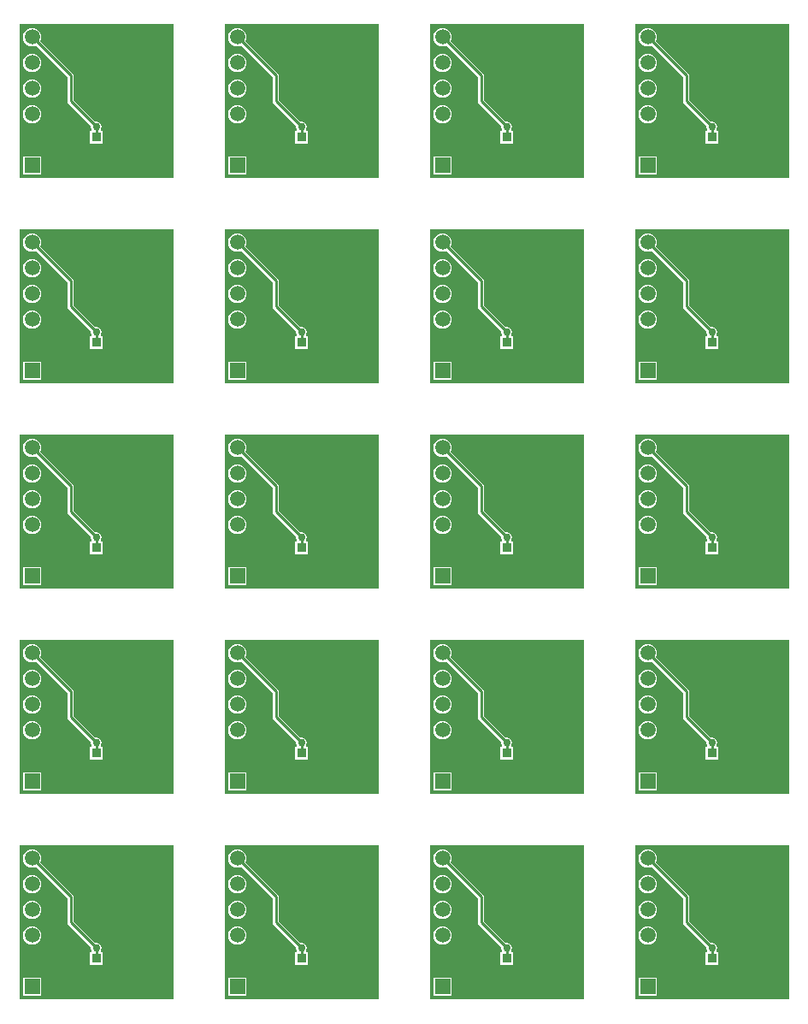
<source format=gbl>
%FSLAX25Y25*%
%MOIN*%
G70*
G01*
G75*
G04 Layer_Physical_Order=2*
G04 Layer_Color=16711680*
%ADD10C,0.03937*%
%ADD11R,0.03600X0.03600*%
%ADD12R,0.01969X0.01575*%
%ADD13R,0.02756X0.03543*%
%ADD14R,0.19685X0.13780*%
%ADD15C,0.01000*%
%ADD16C,0.05906*%
%ADD17R,0.05906X0.05906*%
%ADD18C,0.03000*%
G36*
X125713Y65713D02*
X65713D01*
Y125713D01*
X125713D01*
Y65713D01*
D02*
G37*
%LPC*%
G36*
X70713Y124296D02*
X69785Y124174D01*
X68921Y123816D01*
X68179Y123247D01*
X67609Y122504D01*
X67251Y121640D01*
X67129Y120713D01*
X67251Y119785D01*
X67609Y118921D01*
X68179Y118179D01*
X68921Y117609D01*
X69785Y117251D01*
X70713Y117129D01*
X71640Y117251D01*
X72310Y117529D01*
X84591Y105248D01*
Y95713D01*
X84591Y95713D01*
X84676Y95283D01*
X84920Y94920D01*
X93664Y86176D01*
X93572Y85713D01*
X93734Y84893D01*
X93961Y84554D01*
X93726Y84113D01*
X93313D01*
Y79313D01*
X98113D01*
Y84113D01*
X97699D01*
X97464Y84554D01*
X97691Y84893D01*
X97854Y85713D01*
X97691Y86532D01*
X97227Y87227D01*
X96532Y87691D01*
X95713Y87854D01*
X95250Y87762D01*
X86834Y96177D01*
Y105713D01*
X86749Y106142D01*
X86506Y106506D01*
X86506Y106506D01*
X73896Y119115D01*
X74174Y119785D01*
X74296Y120713D01*
X74174Y121640D01*
X73816Y122504D01*
X73247Y123247D01*
X72504Y123816D01*
X71640Y124174D01*
X70713Y124296D01*
D02*
G37*
G36*
X74265Y74265D02*
X67160D01*
Y67160D01*
X74265D01*
Y74265D01*
D02*
G37*
G36*
X70713Y114296D02*
X69785Y114174D01*
X68921Y113816D01*
X68179Y113247D01*
X67609Y112504D01*
X67251Y111640D01*
X67129Y110713D01*
X67251Y109785D01*
X67609Y108921D01*
X68179Y108179D01*
X68921Y107609D01*
X69785Y107251D01*
X70713Y107129D01*
X71640Y107251D01*
X72504Y107609D01*
X73247Y108179D01*
X73816Y108921D01*
X74174Y109785D01*
X74296Y110713D01*
X74174Y111640D01*
X73816Y112504D01*
X73247Y113247D01*
X72504Y113816D01*
X71640Y114174D01*
X70713Y114296D01*
D02*
G37*
G36*
Y104296D02*
X69785Y104174D01*
X68921Y103816D01*
X68179Y103246D01*
X67609Y102504D01*
X67251Y101640D01*
X67129Y100713D01*
X67251Y99785D01*
X67609Y98921D01*
X68179Y98179D01*
X68921Y97609D01*
X69785Y97251D01*
X70713Y97129D01*
X71640Y97251D01*
X72504Y97609D01*
X73247Y98179D01*
X73816Y98921D01*
X74174Y99785D01*
X74296Y100713D01*
X74174Y101640D01*
X73816Y102504D01*
X73247Y103246D01*
X72504Y103816D01*
X71640Y104174D01*
X70713Y104296D01*
D02*
G37*
G36*
Y94296D02*
X69785Y94174D01*
X68921Y93816D01*
X68179Y93247D01*
X67609Y92504D01*
X67251Y91640D01*
X67129Y90713D01*
X67251Y89785D01*
X67609Y88921D01*
X68179Y88179D01*
X68921Y87609D01*
X69785Y87251D01*
X70713Y87129D01*
X71640Y87251D01*
X72504Y87609D01*
X73247Y88179D01*
X73816Y88921D01*
X74174Y89785D01*
X74296Y90713D01*
X74174Y91640D01*
X73816Y92504D01*
X73247Y93247D01*
X72504Y93816D01*
X71640Y94174D01*
X70713Y94296D01*
D02*
G37*
%LPD*%
G36*
X205713Y65713D02*
X145713D01*
Y125713D01*
X205713D01*
Y65713D01*
D02*
G37*
%LPC*%
G36*
X150713Y124296D02*
X149785Y124174D01*
X148921Y123816D01*
X148179Y123247D01*
X147609Y122504D01*
X147251Y121640D01*
X147129Y120713D01*
X147251Y119785D01*
X147609Y118921D01*
X148179Y118179D01*
X148921Y117609D01*
X149785Y117251D01*
X150713Y117129D01*
X151640Y117251D01*
X152310Y117529D01*
X164591Y105248D01*
Y95713D01*
X164591Y95713D01*
X164676Y95283D01*
X164919Y94920D01*
X173663Y86176D01*
X173572Y85713D01*
X173734Y84893D01*
X173961Y84554D01*
X173726Y84113D01*
X173313D01*
Y79313D01*
X178113D01*
Y84113D01*
X177699D01*
X177464Y84554D01*
X177691Y84893D01*
X177854Y85713D01*
X177691Y86532D01*
X177227Y87227D01*
X176532Y87691D01*
X175713Y87854D01*
X175250Y87762D01*
X166834Y96177D01*
Y105713D01*
X166749Y106142D01*
X166506Y106506D01*
X166506Y106506D01*
X153896Y119115D01*
X154174Y119785D01*
X154296Y120713D01*
X154174Y121640D01*
X153816Y122504D01*
X153246Y123247D01*
X152504Y123816D01*
X151640Y124174D01*
X150713Y124296D01*
D02*
G37*
G36*
X154265Y74265D02*
X147160D01*
Y67160D01*
X154265D01*
Y74265D01*
D02*
G37*
G36*
X150713Y114296D02*
X149785Y114174D01*
X148921Y113816D01*
X148179Y113247D01*
X147609Y112504D01*
X147251Y111640D01*
X147129Y110713D01*
X147251Y109785D01*
X147609Y108921D01*
X148179Y108179D01*
X148921Y107609D01*
X149785Y107251D01*
X150713Y107129D01*
X151640Y107251D01*
X152504Y107609D01*
X153246Y108179D01*
X153816Y108921D01*
X154174Y109785D01*
X154296Y110713D01*
X154174Y111640D01*
X153816Y112504D01*
X153246Y113247D01*
X152504Y113816D01*
X151640Y114174D01*
X150713Y114296D01*
D02*
G37*
G36*
Y104296D02*
X149785Y104174D01*
X148921Y103816D01*
X148179Y103246D01*
X147609Y102504D01*
X147251Y101640D01*
X147129Y100713D01*
X147251Y99785D01*
X147609Y98921D01*
X148179Y98179D01*
X148921Y97609D01*
X149785Y97251D01*
X150713Y97129D01*
X151640Y97251D01*
X152504Y97609D01*
X153246Y98179D01*
X153816Y98921D01*
X154174Y99785D01*
X154296Y100713D01*
X154174Y101640D01*
X153816Y102504D01*
X153246Y103246D01*
X152504Y103816D01*
X151640Y104174D01*
X150713Y104296D01*
D02*
G37*
G36*
Y94296D02*
X149785Y94174D01*
X148921Y93816D01*
X148179Y93247D01*
X147609Y92504D01*
X147251Y91640D01*
X147129Y90713D01*
X147251Y89785D01*
X147609Y88921D01*
X148179Y88179D01*
X148921Y87609D01*
X149785Y87251D01*
X150713Y87129D01*
X151640Y87251D01*
X152504Y87609D01*
X153246Y88179D01*
X153816Y88921D01*
X154174Y89785D01*
X154296Y90713D01*
X154174Y91640D01*
X153816Y92504D01*
X153246Y93247D01*
X152504Y93816D01*
X151640Y94174D01*
X150713Y94296D01*
D02*
G37*
%LPD*%
G36*
X285713Y65713D02*
X225713D01*
Y125713D01*
X285713D01*
Y65713D01*
D02*
G37*
%LPC*%
G36*
X230713Y124296D02*
X229785Y124174D01*
X228921Y123816D01*
X228179Y123247D01*
X227609Y122504D01*
X227251Y121640D01*
X227129Y120713D01*
X227251Y119785D01*
X227609Y118921D01*
X228179Y118179D01*
X228921Y117609D01*
X229785Y117251D01*
X230713Y117129D01*
X231640Y117251D01*
X232310Y117529D01*
X244591Y105248D01*
Y95713D01*
X244591Y95713D01*
X244676Y95283D01*
X244919Y94920D01*
X253663Y86176D01*
X253572Y85713D01*
X253734Y84893D01*
X253961Y84554D01*
X253726Y84113D01*
X253313D01*
Y79313D01*
X258113D01*
Y84113D01*
X257699D01*
X257464Y84554D01*
X257691Y84893D01*
X257854Y85713D01*
X257691Y86532D01*
X257227Y87227D01*
X256532Y87691D01*
X255713Y87854D01*
X255250Y87762D01*
X246834Y96177D01*
Y105713D01*
X246749Y106142D01*
X246506Y106506D01*
X246506Y106506D01*
X233896Y119115D01*
X234174Y119785D01*
X234296Y120713D01*
X234174Y121640D01*
X233816Y122504D01*
X233246Y123247D01*
X232504Y123816D01*
X231640Y124174D01*
X230713Y124296D01*
D02*
G37*
G36*
X234265Y74265D02*
X227160D01*
Y67160D01*
X234265D01*
Y74265D01*
D02*
G37*
G36*
X230713Y114296D02*
X229785Y114174D01*
X228921Y113816D01*
X228179Y113247D01*
X227609Y112504D01*
X227251Y111640D01*
X227129Y110713D01*
X227251Y109785D01*
X227609Y108921D01*
X228179Y108179D01*
X228921Y107609D01*
X229785Y107251D01*
X230713Y107129D01*
X231640Y107251D01*
X232504Y107609D01*
X233246Y108179D01*
X233816Y108921D01*
X234174Y109785D01*
X234296Y110713D01*
X234174Y111640D01*
X233816Y112504D01*
X233246Y113247D01*
X232504Y113816D01*
X231640Y114174D01*
X230713Y114296D01*
D02*
G37*
G36*
Y104296D02*
X229785Y104174D01*
X228921Y103816D01*
X228179Y103246D01*
X227609Y102504D01*
X227251Y101640D01*
X227129Y100713D01*
X227251Y99785D01*
X227609Y98921D01*
X228179Y98179D01*
X228921Y97609D01*
X229785Y97251D01*
X230713Y97129D01*
X231640Y97251D01*
X232504Y97609D01*
X233246Y98179D01*
X233816Y98921D01*
X234174Y99785D01*
X234296Y100713D01*
X234174Y101640D01*
X233816Y102504D01*
X233246Y103246D01*
X232504Y103816D01*
X231640Y104174D01*
X230713Y104296D01*
D02*
G37*
G36*
Y94296D02*
X229785Y94174D01*
X228921Y93816D01*
X228179Y93247D01*
X227609Y92504D01*
X227251Y91640D01*
X227129Y90713D01*
X227251Y89785D01*
X227609Y88921D01*
X228179Y88179D01*
X228921Y87609D01*
X229785Y87251D01*
X230713Y87129D01*
X231640Y87251D01*
X232504Y87609D01*
X233246Y88179D01*
X233816Y88921D01*
X234174Y89785D01*
X234296Y90713D01*
X234174Y91640D01*
X233816Y92504D01*
X233246Y93247D01*
X232504Y93816D01*
X231640Y94174D01*
X230713Y94296D01*
D02*
G37*
%LPD*%
G36*
X365713Y65713D02*
X305713D01*
Y125713D01*
X365713D01*
Y65713D01*
D02*
G37*
%LPC*%
G36*
X310713Y124296D02*
X309785Y124174D01*
X308921Y123816D01*
X308179Y123247D01*
X307609Y122504D01*
X307251Y121640D01*
X307129Y120713D01*
X307251Y119785D01*
X307609Y118921D01*
X308179Y118179D01*
X308921Y117609D01*
X309785Y117251D01*
X310713Y117129D01*
X311640Y117251D01*
X312310Y117529D01*
X324591Y105248D01*
Y95713D01*
X324591Y95713D01*
X324676Y95283D01*
X324920Y94920D01*
X333664Y86176D01*
X333572Y85713D01*
X333734Y84893D01*
X333961Y84554D01*
X333726Y84113D01*
X333313D01*
Y79313D01*
X338113D01*
Y84113D01*
X337700D01*
X337464Y84554D01*
X337691Y84893D01*
X337854Y85713D01*
X337691Y86532D01*
X337227Y87227D01*
X336532Y87691D01*
X335713Y87854D01*
X335250Y87762D01*
X326834Y96177D01*
Y105713D01*
X326749Y106142D01*
X326506Y106506D01*
X326506Y106506D01*
X313896Y119115D01*
X314174Y119785D01*
X314296Y120713D01*
X314174Y121640D01*
X313816Y122504D01*
X313246Y123247D01*
X312504Y123816D01*
X311640Y124174D01*
X310713Y124296D01*
D02*
G37*
G36*
X314265Y74265D02*
X307160D01*
Y67160D01*
X314265D01*
Y74265D01*
D02*
G37*
G36*
X310713Y114296D02*
X309785Y114174D01*
X308921Y113816D01*
X308179Y113247D01*
X307609Y112504D01*
X307251Y111640D01*
X307129Y110713D01*
X307251Y109785D01*
X307609Y108921D01*
X308179Y108179D01*
X308921Y107609D01*
X309785Y107251D01*
X310713Y107129D01*
X311640Y107251D01*
X312504Y107609D01*
X313246Y108179D01*
X313816Y108921D01*
X314174Y109785D01*
X314296Y110713D01*
X314174Y111640D01*
X313816Y112504D01*
X313246Y113247D01*
X312504Y113816D01*
X311640Y114174D01*
X310713Y114296D01*
D02*
G37*
G36*
Y104296D02*
X309785Y104174D01*
X308921Y103816D01*
X308179Y103246D01*
X307609Y102504D01*
X307251Y101640D01*
X307129Y100713D01*
X307251Y99785D01*
X307609Y98921D01*
X308179Y98179D01*
X308921Y97609D01*
X309785Y97251D01*
X310713Y97129D01*
X311640Y97251D01*
X312504Y97609D01*
X313246Y98179D01*
X313816Y98921D01*
X314174Y99785D01*
X314296Y100713D01*
X314174Y101640D01*
X313816Y102504D01*
X313246Y103246D01*
X312504Y103816D01*
X311640Y104174D01*
X310713Y104296D01*
D02*
G37*
G36*
Y94296D02*
X309785Y94174D01*
X308921Y93816D01*
X308179Y93247D01*
X307609Y92504D01*
X307251Y91640D01*
X307129Y90713D01*
X307251Y89785D01*
X307609Y88921D01*
X308179Y88179D01*
X308921Y87609D01*
X309785Y87251D01*
X310713Y87129D01*
X311640Y87251D01*
X312504Y87609D01*
X313246Y88179D01*
X313816Y88921D01*
X314174Y89785D01*
X314296Y90713D01*
X314174Y91640D01*
X313816Y92504D01*
X313246Y93247D01*
X312504Y93816D01*
X311640Y94174D01*
X310713Y94296D01*
D02*
G37*
%LPD*%
G36*
X125713Y145713D02*
X65713D01*
Y205713D01*
X125713D01*
Y145713D01*
D02*
G37*
%LPC*%
G36*
X70713Y204296D02*
X69785Y204174D01*
X68921Y203816D01*
X68179Y203246D01*
X67609Y202504D01*
X67251Y201640D01*
X67129Y200713D01*
X67251Y199785D01*
X67609Y198921D01*
X68179Y198179D01*
X68921Y197609D01*
X69785Y197251D01*
X70713Y197129D01*
X71640Y197251D01*
X72310Y197529D01*
X84591Y185248D01*
Y175713D01*
X84591Y175713D01*
X84676Y175283D01*
X84920Y174919D01*
X93664Y166175D01*
X93572Y165713D01*
X93734Y164893D01*
X93961Y164554D01*
X93726Y164113D01*
X93313D01*
Y159313D01*
X98113D01*
Y164113D01*
X97699D01*
X97464Y164554D01*
X97691Y164893D01*
X97854Y165713D01*
X97691Y166532D01*
X97227Y167227D01*
X96532Y167691D01*
X95713Y167854D01*
X95250Y167762D01*
X86834Y176177D01*
Y185713D01*
X86749Y186142D01*
X86506Y186506D01*
X86506Y186506D01*
X73896Y199115D01*
X74174Y199785D01*
X74296Y200713D01*
X74174Y201640D01*
X73816Y202504D01*
X73247Y203246D01*
X72504Y203816D01*
X71640Y204174D01*
X70713Y204296D01*
D02*
G37*
G36*
X74265Y154265D02*
X67160D01*
Y147160D01*
X74265D01*
Y154265D01*
D02*
G37*
G36*
X70713Y194296D02*
X69785Y194174D01*
X68921Y193816D01*
X68179Y193246D01*
X67609Y192504D01*
X67251Y191640D01*
X67129Y190713D01*
X67251Y189785D01*
X67609Y188921D01*
X68179Y188179D01*
X68921Y187609D01*
X69785Y187251D01*
X70713Y187129D01*
X71640Y187251D01*
X72504Y187609D01*
X73247Y188179D01*
X73816Y188921D01*
X74174Y189785D01*
X74296Y190713D01*
X74174Y191640D01*
X73816Y192504D01*
X73247Y193246D01*
X72504Y193816D01*
X71640Y194174D01*
X70713Y194296D01*
D02*
G37*
G36*
Y184296D02*
X69785Y184174D01*
X68921Y183816D01*
X68179Y183247D01*
X67609Y182504D01*
X67251Y181640D01*
X67129Y180713D01*
X67251Y179785D01*
X67609Y178921D01*
X68179Y178179D01*
X68921Y177609D01*
X69785Y177251D01*
X70713Y177129D01*
X71640Y177251D01*
X72504Y177609D01*
X73247Y178179D01*
X73816Y178921D01*
X74174Y179785D01*
X74296Y180713D01*
X74174Y181640D01*
X73816Y182504D01*
X73247Y183247D01*
X72504Y183816D01*
X71640Y184174D01*
X70713Y184296D01*
D02*
G37*
G36*
Y174296D02*
X69785Y174174D01*
X68921Y173816D01*
X68179Y173247D01*
X67609Y172504D01*
X67251Y171640D01*
X67129Y170713D01*
X67251Y169785D01*
X67609Y168921D01*
X68179Y168179D01*
X68921Y167609D01*
X69785Y167251D01*
X70713Y167129D01*
X71640Y167251D01*
X72504Y167609D01*
X73247Y168179D01*
X73816Y168921D01*
X74174Y169785D01*
X74296Y170713D01*
X74174Y171640D01*
X73816Y172504D01*
X73247Y173247D01*
X72504Y173816D01*
X71640Y174174D01*
X70713Y174296D01*
D02*
G37*
%LPD*%
G36*
X205713Y145713D02*
X145713D01*
Y205713D01*
X205713D01*
Y145713D01*
D02*
G37*
%LPC*%
G36*
X150713Y204296D02*
X149785Y204174D01*
X148921Y203816D01*
X148179Y203246D01*
X147609Y202504D01*
X147251Y201640D01*
X147129Y200713D01*
X147251Y199785D01*
X147609Y198921D01*
X148179Y198179D01*
X148921Y197609D01*
X149785Y197251D01*
X150713Y197129D01*
X151640Y197251D01*
X152310Y197529D01*
X164591Y185248D01*
Y175713D01*
X164591Y175713D01*
X164676Y175283D01*
X164919Y174919D01*
X173663Y166175D01*
X173572Y165713D01*
X173734Y164893D01*
X173961Y164554D01*
X173726Y164113D01*
X173313D01*
Y159313D01*
X178113D01*
Y164113D01*
X177699D01*
X177464Y164554D01*
X177691Y164893D01*
X177854Y165713D01*
X177691Y166532D01*
X177227Y167227D01*
X176532Y167691D01*
X175713Y167854D01*
X175250Y167762D01*
X166834Y176177D01*
Y185713D01*
X166749Y186142D01*
X166506Y186506D01*
X166506Y186506D01*
X153896Y199115D01*
X154174Y199785D01*
X154296Y200713D01*
X154174Y201640D01*
X153816Y202504D01*
X153246Y203246D01*
X152504Y203816D01*
X151640Y204174D01*
X150713Y204296D01*
D02*
G37*
G36*
X154265Y154265D02*
X147160D01*
Y147160D01*
X154265D01*
Y154265D01*
D02*
G37*
G36*
X150713Y194296D02*
X149785Y194174D01*
X148921Y193816D01*
X148179Y193246D01*
X147609Y192504D01*
X147251Y191640D01*
X147129Y190713D01*
X147251Y189785D01*
X147609Y188921D01*
X148179Y188179D01*
X148921Y187609D01*
X149785Y187251D01*
X150713Y187129D01*
X151640Y187251D01*
X152504Y187609D01*
X153246Y188179D01*
X153816Y188921D01*
X154174Y189785D01*
X154296Y190713D01*
X154174Y191640D01*
X153816Y192504D01*
X153246Y193246D01*
X152504Y193816D01*
X151640Y194174D01*
X150713Y194296D01*
D02*
G37*
G36*
Y184296D02*
X149785Y184174D01*
X148921Y183816D01*
X148179Y183247D01*
X147609Y182504D01*
X147251Y181640D01*
X147129Y180713D01*
X147251Y179785D01*
X147609Y178921D01*
X148179Y178179D01*
X148921Y177609D01*
X149785Y177251D01*
X150713Y177129D01*
X151640Y177251D01*
X152504Y177609D01*
X153246Y178179D01*
X153816Y178921D01*
X154174Y179785D01*
X154296Y180713D01*
X154174Y181640D01*
X153816Y182504D01*
X153246Y183247D01*
X152504Y183816D01*
X151640Y184174D01*
X150713Y184296D01*
D02*
G37*
G36*
Y174296D02*
X149785Y174174D01*
X148921Y173816D01*
X148179Y173247D01*
X147609Y172504D01*
X147251Y171640D01*
X147129Y170713D01*
X147251Y169785D01*
X147609Y168921D01*
X148179Y168179D01*
X148921Y167609D01*
X149785Y167251D01*
X150713Y167129D01*
X151640Y167251D01*
X152504Y167609D01*
X153246Y168179D01*
X153816Y168921D01*
X154174Y169785D01*
X154296Y170713D01*
X154174Y171640D01*
X153816Y172504D01*
X153246Y173247D01*
X152504Y173816D01*
X151640Y174174D01*
X150713Y174296D01*
D02*
G37*
%LPD*%
G36*
X285713Y145713D02*
X225713D01*
Y205713D01*
X285713D01*
Y145713D01*
D02*
G37*
%LPC*%
G36*
X230713Y204296D02*
X229785Y204174D01*
X228921Y203816D01*
X228179Y203246D01*
X227609Y202504D01*
X227251Y201640D01*
X227129Y200713D01*
X227251Y199785D01*
X227609Y198921D01*
X228179Y198179D01*
X228921Y197609D01*
X229785Y197251D01*
X230713Y197129D01*
X231640Y197251D01*
X232310Y197529D01*
X244591Y185248D01*
Y175713D01*
X244591Y175713D01*
X244676Y175283D01*
X244919Y174919D01*
X253663Y166175D01*
X253572Y165713D01*
X253734Y164893D01*
X253961Y164554D01*
X253726Y164113D01*
X253313D01*
Y159313D01*
X258113D01*
Y164113D01*
X257699D01*
X257464Y164554D01*
X257691Y164893D01*
X257854Y165713D01*
X257691Y166532D01*
X257227Y167227D01*
X256532Y167691D01*
X255713Y167854D01*
X255250Y167762D01*
X246834Y176177D01*
Y185713D01*
X246749Y186142D01*
X246506Y186506D01*
X246506Y186506D01*
X233896Y199115D01*
X234174Y199785D01*
X234296Y200713D01*
X234174Y201640D01*
X233816Y202504D01*
X233246Y203246D01*
X232504Y203816D01*
X231640Y204174D01*
X230713Y204296D01*
D02*
G37*
G36*
X234265Y154265D02*
X227160D01*
Y147160D01*
X234265D01*
Y154265D01*
D02*
G37*
G36*
X230713Y194296D02*
X229785Y194174D01*
X228921Y193816D01*
X228179Y193246D01*
X227609Y192504D01*
X227251Y191640D01*
X227129Y190713D01*
X227251Y189785D01*
X227609Y188921D01*
X228179Y188179D01*
X228921Y187609D01*
X229785Y187251D01*
X230713Y187129D01*
X231640Y187251D01*
X232504Y187609D01*
X233246Y188179D01*
X233816Y188921D01*
X234174Y189785D01*
X234296Y190713D01*
X234174Y191640D01*
X233816Y192504D01*
X233246Y193246D01*
X232504Y193816D01*
X231640Y194174D01*
X230713Y194296D01*
D02*
G37*
G36*
Y184296D02*
X229785Y184174D01*
X228921Y183816D01*
X228179Y183247D01*
X227609Y182504D01*
X227251Y181640D01*
X227129Y180713D01*
X227251Y179785D01*
X227609Y178921D01*
X228179Y178179D01*
X228921Y177609D01*
X229785Y177251D01*
X230713Y177129D01*
X231640Y177251D01*
X232504Y177609D01*
X233246Y178179D01*
X233816Y178921D01*
X234174Y179785D01*
X234296Y180713D01*
X234174Y181640D01*
X233816Y182504D01*
X233246Y183247D01*
X232504Y183816D01*
X231640Y184174D01*
X230713Y184296D01*
D02*
G37*
G36*
Y174296D02*
X229785Y174174D01*
X228921Y173816D01*
X228179Y173247D01*
X227609Y172504D01*
X227251Y171640D01*
X227129Y170713D01*
X227251Y169785D01*
X227609Y168921D01*
X228179Y168179D01*
X228921Y167609D01*
X229785Y167251D01*
X230713Y167129D01*
X231640Y167251D01*
X232504Y167609D01*
X233246Y168179D01*
X233816Y168921D01*
X234174Y169785D01*
X234296Y170713D01*
X234174Y171640D01*
X233816Y172504D01*
X233246Y173247D01*
X232504Y173816D01*
X231640Y174174D01*
X230713Y174296D01*
D02*
G37*
%LPD*%
G36*
X365713Y145713D02*
X305713D01*
Y205713D01*
X365713D01*
Y145713D01*
D02*
G37*
%LPC*%
G36*
X310713Y204296D02*
X309785Y204174D01*
X308921Y203816D01*
X308179Y203246D01*
X307609Y202504D01*
X307251Y201640D01*
X307129Y200713D01*
X307251Y199785D01*
X307609Y198921D01*
X308179Y198179D01*
X308921Y197609D01*
X309785Y197251D01*
X310713Y197129D01*
X311640Y197251D01*
X312310Y197529D01*
X324591Y185248D01*
Y175713D01*
X324591Y175713D01*
X324676Y175283D01*
X324920Y174919D01*
X333664Y166175D01*
X333572Y165713D01*
X333734Y164893D01*
X333961Y164554D01*
X333726Y164113D01*
X333313D01*
Y159313D01*
X338113D01*
Y164113D01*
X337700D01*
X337464Y164554D01*
X337691Y164893D01*
X337854Y165713D01*
X337691Y166532D01*
X337227Y167227D01*
X336532Y167691D01*
X335713Y167854D01*
X335250Y167762D01*
X326834Y176177D01*
Y185713D01*
X326749Y186142D01*
X326506Y186506D01*
X326506Y186506D01*
X313896Y199115D01*
X314174Y199785D01*
X314296Y200713D01*
X314174Y201640D01*
X313816Y202504D01*
X313246Y203246D01*
X312504Y203816D01*
X311640Y204174D01*
X310713Y204296D01*
D02*
G37*
G36*
X314265Y154265D02*
X307160D01*
Y147160D01*
X314265D01*
Y154265D01*
D02*
G37*
G36*
X310713Y194296D02*
X309785Y194174D01*
X308921Y193816D01*
X308179Y193246D01*
X307609Y192504D01*
X307251Y191640D01*
X307129Y190713D01*
X307251Y189785D01*
X307609Y188921D01*
X308179Y188179D01*
X308921Y187609D01*
X309785Y187251D01*
X310713Y187129D01*
X311640Y187251D01*
X312504Y187609D01*
X313246Y188179D01*
X313816Y188921D01*
X314174Y189785D01*
X314296Y190713D01*
X314174Y191640D01*
X313816Y192504D01*
X313246Y193246D01*
X312504Y193816D01*
X311640Y194174D01*
X310713Y194296D01*
D02*
G37*
G36*
Y184296D02*
X309785Y184174D01*
X308921Y183816D01*
X308179Y183247D01*
X307609Y182504D01*
X307251Y181640D01*
X307129Y180713D01*
X307251Y179785D01*
X307609Y178921D01*
X308179Y178179D01*
X308921Y177609D01*
X309785Y177251D01*
X310713Y177129D01*
X311640Y177251D01*
X312504Y177609D01*
X313246Y178179D01*
X313816Y178921D01*
X314174Y179785D01*
X314296Y180713D01*
X314174Y181640D01*
X313816Y182504D01*
X313246Y183247D01*
X312504Y183816D01*
X311640Y184174D01*
X310713Y184296D01*
D02*
G37*
G36*
Y174296D02*
X309785Y174174D01*
X308921Y173816D01*
X308179Y173247D01*
X307609Y172504D01*
X307251Y171640D01*
X307129Y170713D01*
X307251Y169785D01*
X307609Y168921D01*
X308179Y168179D01*
X308921Y167609D01*
X309785Y167251D01*
X310713Y167129D01*
X311640Y167251D01*
X312504Y167609D01*
X313246Y168179D01*
X313816Y168921D01*
X314174Y169785D01*
X314296Y170713D01*
X314174Y171640D01*
X313816Y172504D01*
X313246Y173247D01*
X312504Y173816D01*
X311640Y174174D01*
X310713Y174296D01*
D02*
G37*
%LPD*%
G36*
X125713Y225713D02*
X65713D01*
Y285713D01*
X125713D01*
Y225713D01*
D02*
G37*
%LPC*%
G36*
X70713Y284296D02*
X69785Y284174D01*
X68921Y283816D01*
X68179Y283246D01*
X67609Y282504D01*
X67251Y281640D01*
X67129Y280713D01*
X67251Y279785D01*
X67609Y278921D01*
X68179Y278179D01*
X68921Y277609D01*
X69785Y277251D01*
X70713Y277129D01*
X71640Y277251D01*
X72310Y277529D01*
X84591Y265248D01*
Y255713D01*
X84591Y255713D01*
X84676Y255283D01*
X84920Y254920D01*
X93664Y246176D01*
X93572Y245713D01*
X93734Y244893D01*
X93961Y244554D01*
X93726Y244113D01*
X93313D01*
Y239313D01*
X98113D01*
Y244113D01*
X97699D01*
X97464Y244554D01*
X97691Y244893D01*
X97854Y245713D01*
X97691Y246532D01*
X97227Y247227D01*
X96532Y247691D01*
X95713Y247854D01*
X95250Y247762D01*
X86834Y256177D01*
Y265713D01*
X86749Y266142D01*
X86506Y266506D01*
X86506Y266506D01*
X73896Y279115D01*
X74174Y279785D01*
X74296Y280713D01*
X74174Y281640D01*
X73816Y282504D01*
X73247Y283246D01*
X72504Y283816D01*
X71640Y284174D01*
X70713Y284296D01*
D02*
G37*
G36*
X74265Y234265D02*
X67160D01*
Y227160D01*
X74265D01*
Y234265D01*
D02*
G37*
G36*
X70713Y274296D02*
X69785Y274174D01*
X68921Y273816D01*
X68179Y273247D01*
X67609Y272504D01*
X67251Y271640D01*
X67129Y270713D01*
X67251Y269785D01*
X67609Y268921D01*
X68179Y268179D01*
X68921Y267609D01*
X69785Y267251D01*
X70713Y267129D01*
X71640Y267251D01*
X72504Y267609D01*
X73247Y268179D01*
X73816Y268921D01*
X74174Y269785D01*
X74296Y270713D01*
X74174Y271640D01*
X73816Y272504D01*
X73247Y273247D01*
X72504Y273816D01*
X71640Y274174D01*
X70713Y274296D01*
D02*
G37*
G36*
Y264296D02*
X69785Y264174D01*
X68921Y263816D01*
X68179Y263246D01*
X67609Y262504D01*
X67251Y261640D01*
X67129Y260713D01*
X67251Y259785D01*
X67609Y258921D01*
X68179Y258179D01*
X68921Y257609D01*
X69785Y257251D01*
X70713Y257129D01*
X71640Y257251D01*
X72504Y257609D01*
X73247Y258179D01*
X73816Y258921D01*
X74174Y259785D01*
X74296Y260713D01*
X74174Y261640D01*
X73816Y262504D01*
X73247Y263246D01*
X72504Y263816D01*
X71640Y264174D01*
X70713Y264296D01*
D02*
G37*
G36*
Y254296D02*
X69785Y254174D01*
X68921Y253816D01*
X68179Y253246D01*
X67609Y252504D01*
X67251Y251640D01*
X67129Y250713D01*
X67251Y249785D01*
X67609Y248921D01*
X68179Y248179D01*
X68921Y247609D01*
X69785Y247251D01*
X70713Y247129D01*
X71640Y247251D01*
X72504Y247609D01*
X73247Y248179D01*
X73816Y248921D01*
X74174Y249785D01*
X74296Y250713D01*
X74174Y251640D01*
X73816Y252504D01*
X73247Y253246D01*
X72504Y253816D01*
X71640Y254174D01*
X70713Y254296D01*
D02*
G37*
%LPD*%
G36*
X205713Y225713D02*
X145713D01*
Y285713D01*
X205713D01*
Y225713D01*
D02*
G37*
%LPC*%
G36*
X150713Y284296D02*
X149785Y284174D01*
X148921Y283816D01*
X148179Y283246D01*
X147609Y282504D01*
X147251Y281640D01*
X147129Y280713D01*
X147251Y279785D01*
X147609Y278921D01*
X148179Y278179D01*
X148921Y277609D01*
X149785Y277251D01*
X150713Y277129D01*
X151640Y277251D01*
X152310Y277529D01*
X164591Y265248D01*
Y255713D01*
X164591Y255713D01*
X164676Y255283D01*
X164919Y254920D01*
X173663Y246176D01*
X173572Y245713D01*
X173734Y244893D01*
X173961Y244554D01*
X173726Y244113D01*
X173313D01*
Y239313D01*
X178113D01*
Y244113D01*
X177699D01*
X177464Y244554D01*
X177691Y244893D01*
X177854Y245713D01*
X177691Y246532D01*
X177227Y247227D01*
X176532Y247691D01*
X175713Y247854D01*
X175250Y247762D01*
X166834Y256177D01*
Y265713D01*
X166749Y266142D01*
X166506Y266506D01*
X166506Y266506D01*
X153896Y279115D01*
X154174Y279785D01*
X154296Y280713D01*
X154174Y281640D01*
X153816Y282504D01*
X153246Y283246D01*
X152504Y283816D01*
X151640Y284174D01*
X150713Y284296D01*
D02*
G37*
G36*
X154265Y234265D02*
X147160D01*
Y227160D01*
X154265D01*
Y234265D01*
D02*
G37*
G36*
X150713Y274296D02*
X149785Y274174D01*
X148921Y273816D01*
X148179Y273247D01*
X147609Y272504D01*
X147251Y271640D01*
X147129Y270713D01*
X147251Y269785D01*
X147609Y268921D01*
X148179Y268179D01*
X148921Y267609D01*
X149785Y267251D01*
X150713Y267129D01*
X151640Y267251D01*
X152504Y267609D01*
X153246Y268179D01*
X153816Y268921D01*
X154174Y269785D01*
X154296Y270713D01*
X154174Y271640D01*
X153816Y272504D01*
X153246Y273247D01*
X152504Y273816D01*
X151640Y274174D01*
X150713Y274296D01*
D02*
G37*
G36*
Y264296D02*
X149785Y264174D01*
X148921Y263816D01*
X148179Y263246D01*
X147609Y262504D01*
X147251Y261640D01*
X147129Y260713D01*
X147251Y259785D01*
X147609Y258921D01*
X148179Y258179D01*
X148921Y257609D01*
X149785Y257251D01*
X150713Y257129D01*
X151640Y257251D01*
X152504Y257609D01*
X153246Y258179D01*
X153816Y258921D01*
X154174Y259785D01*
X154296Y260713D01*
X154174Y261640D01*
X153816Y262504D01*
X153246Y263246D01*
X152504Y263816D01*
X151640Y264174D01*
X150713Y264296D01*
D02*
G37*
G36*
Y254296D02*
X149785Y254174D01*
X148921Y253816D01*
X148179Y253246D01*
X147609Y252504D01*
X147251Y251640D01*
X147129Y250713D01*
X147251Y249785D01*
X147609Y248921D01*
X148179Y248179D01*
X148921Y247609D01*
X149785Y247251D01*
X150713Y247129D01*
X151640Y247251D01*
X152504Y247609D01*
X153246Y248179D01*
X153816Y248921D01*
X154174Y249785D01*
X154296Y250713D01*
X154174Y251640D01*
X153816Y252504D01*
X153246Y253246D01*
X152504Y253816D01*
X151640Y254174D01*
X150713Y254296D01*
D02*
G37*
%LPD*%
G36*
X285713Y225713D02*
X225713D01*
Y285713D01*
X285713D01*
Y225713D01*
D02*
G37*
%LPC*%
G36*
X230713Y284296D02*
X229785Y284174D01*
X228921Y283816D01*
X228179Y283246D01*
X227609Y282504D01*
X227251Y281640D01*
X227129Y280713D01*
X227251Y279785D01*
X227609Y278921D01*
X228179Y278179D01*
X228921Y277609D01*
X229785Y277251D01*
X230713Y277129D01*
X231640Y277251D01*
X232310Y277529D01*
X244591Y265248D01*
Y255713D01*
X244591Y255713D01*
X244676Y255283D01*
X244919Y254920D01*
X253663Y246176D01*
X253572Y245713D01*
X253734Y244893D01*
X253961Y244554D01*
X253726Y244113D01*
X253313D01*
Y239313D01*
X258113D01*
Y244113D01*
X257699D01*
X257464Y244554D01*
X257691Y244893D01*
X257854Y245713D01*
X257691Y246532D01*
X257227Y247227D01*
X256532Y247691D01*
X255713Y247854D01*
X255250Y247762D01*
X246834Y256177D01*
Y265713D01*
X246749Y266142D01*
X246506Y266506D01*
X246506Y266506D01*
X233896Y279115D01*
X234174Y279785D01*
X234296Y280713D01*
X234174Y281640D01*
X233816Y282504D01*
X233246Y283246D01*
X232504Y283816D01*
X231640Y284174D01*
X230713Y284296D01*
D02*
G37*
G36*
X234265Y234265D02*
X227160D01*
Y227160D01*
X234265D01*
Y234265D01*
D02*
G37*
G36*
X230713Y274296D02*
X229785Y274174D01*
X228921Y273816D01*
X228179Y273247D01*
X227609Y272504D01*
X227251Y271640D01*
X227129Y270713D01*
X227251Y269785D01*
X227609Y268921D01*
X228179Y268179D01*
X228921Y267609D01*
X229785Y267251D01*
X230713Y267129D01*
X231640Y267251D01*
X232504Y267609D01*
X233246Y268179D01*
X233816Y268921D01*
X234174Y269785D01*
X234296Y270713D01*
X234174Y271640D01*
X233816Y272504D01*
X233246Y273247D01*
X232504Y273816D01*
X231640Y274174D01*
X230713Y274296D01*
D02*
G37*
G36*
Y264296D02*
X229785Y264174D01*
X228921Y263816D01*
X228179Y263246D01*
X227609Y262504D01*
X227251Y261640D01*
X227129Y260713D01*
X227251Y259785D01*
X227609Y258921D01*
X228179Y258179D01*
X228921Y257609D01*
X229785Y257251D01*
X230713Y257129D01*
X231640Y257251D01*
X232504Y257609D01*
X233246Y258179D01*
X233816Y258921D01*
X234174Y259785D01*
X234296Y260713D01*
X234174Y261640D01*
X233816Y262504D01*
X233246Y263246D01*
X232504Y263816D01*
X231640Y264174D01*
X230713Y264296D01*
D02*
G37*
G36*
Y254296D02*
X229785Y254174D01*
X228921Y253816D01*
X228179Y253246D01*
X227609Y252504D01*
X227251Y251640D01*
X227129Y250713D01*
X227251Y249785D01*
X227609Y248921D01*
X228179Y248179D01*
X228921Y247609D01*
X229785Y247251D01*
X230713Y247129D01*
X231640Y247251D01*
X232504Y247609D01*
X233246Y248179D01*
X233816Y248921D01*
X234174Y249785D01*
X234296Y250713D01*
X234174Y251640D01*
X233816Y252504D01*
X233246Y253246D01*
X232504Y253816D01*
X231640Y254174D01*
X230713Y254296D01*
D02*
G37*
%LPD*%
G36*
X365713Y225713D02*
X305713D01*
Y285713D01*
X365713D01*
Y225713D01*
D02*
G37*
%LPC*%
G36*
X310713Y284296D02*
X309785Y284174D01*
X308921Y283816D01*
X308179Y283246D01*
X307609Y282504D01*
X307251Y281640D01*
X307129Y280713D01*
X307251Y279785D01*
X307609Y278921D01*
X308179Y278179D01*
X308921Y277609D01*
X309785Y277251D01*
X310713Y277129D01*
X311640Y277251D01*
X312310Y277529D01*
X324591Y265248D01*
Y255713D01*
X324591Y255713D01*
X324676Y255283D01*
X324920Y254920D01*
X333664Y246176D01*
X333572Y245713D01*
X333734Y244893D01*
X333961Y244554D01*
X333726Y244113D01*
X333313D01*
Y239313D01*
X338113D01*
Y244113D01*
X337700D01*
X337464Y244554D01*
X337691Y244893D01*
X337854Y245713D01*
X337691Y246532D01*
X337227Y247227D01*
X336532Y247691D01*
X335713Y247854D01*
X335250Y247762D01*
X326834Y256177D01*
Y265713D01*
X326749Y266142D01*
X326506Y266506D01*
X326506Y266506D01*
X313896Y279115D01*
X314174Y279785D01*
X314296Y280713D01*
X314174Y281640D01*
X313816Y282504D01*
X313246Y283246D01*
X312504Y283816D01*
X311640Y284174D01*
X310713Y284296D01*
D02*
G37*
G36*
X314265Y234265D02*
X307160D01*
Y227160D01*
X314265D01*
Y234265D01*
D02*
G37*
G36*
X310713Y274296D02*
X309785Y274174D01*
X308921Y273816D01*
X308179Y273247D01*
X307609Y272504D01*
X307251Y271640D01*
X307129Y270713D01*
X307251Y269785D01*
X307609Y268921D01*
X308179Y268179D01*
X308921Y267609D01*
X309785Y267251D01*
X310713Y267129D01*
X311640Y267251D01*
X312504Y267609D01*
X313246Y268179D01*
X313816Y268921D01*
X314174Y269785D01*
X314296Y270713D01*
X314174Y271640D01*
X313816Y272504D01*
X313246Y273247D01*
X312504Y273816D01*
X311640Y274174D01*
X310713Y274296D01*
D02*
G37*
G36*
Y264296D02*
X309785Y264174D01*
X308921Y263816D01*
X308179Y263246D01*
X307609Y262504D01*
X307251Y261640D01*
X307129Y260713D01*
X307251Y259785D01*
X307609Y258921D01*
X308179Y258179D01*
X308921Y257609D01*
X309785Y257251D01*
X310713Y257129D01*
X311640Y257251D01*
X312504Y257609D01*
X313246Y258179D01*
X313816Y258921D01*
X314174Y259785D01*
X314296Y260713D01*
X314174Y261640D01*
X313816Y262504D01*
X313246Y263246D01*
X312504Y263816D01*
X311640Y264174D01*
X310713Y264296D01*
D02*
G37*
G36*
Y254296D02*
X309785Y254174D01*
X308921Y253816D01*
X308179Y253246D01*
X307609Y252504D01*
X307251Y251640D01*
X307129Y250713D01*
X307251Y249785D01*
X307609Y248921D01*
X308179Y248179D01*
X308921Y247609D01*
X309785Y247251D01*
X310713Y247129D01*
X311640Y247251D01*
X312504Y247609D01*
X313246Y248179D01*
X313816Y248921D01*
X314174Y249785D01*
X314296Y250713D01*
X314174Y251640D01*
X313816Y252504D01*
X313246Y253246D01*
X312504Y253816D01*
X311640Y254174D01*
X310713Y254296D01*
D02*
G37*
%LPD*%
G36*
X125713Y305713D02*
X65713D01*
Y365713D01*
X125713D01*
Y305713D01*
D02*
G37*
%LPC*%
G36*
X70713Y364296D02*
X69785Y364174D01*
X68921Y363816D01*
X68179Y363246D01*
X67609Y362504D01*
X67251Y361640D01*
X67129Y360713D01*
X67251Y359785D01*
X67609Y358921D01*
X68179Y358179D01*
X68921Y357609D01*
X69785Y357251D01*
X70713Y357129D01*
X71640Y357251D01*
X72310Y357529D01*
X84591Y345248D01*
Y335713D01*
X84591Y335713D01*
X84676Y335283D01*
X84920Y334920D01*
X93664Y326176D01*
X93572Y325713D01*
X93734Y324893D01*
X93961Y324554D01*
X93726Y324113D01*
X93313D01*
Y319313D01*
X98113D01*
Y324113D01*
X97699D01*
X97464Y324554D01*
X97691Y324893D01*
X97854Y325713D01*
X97691Y326532D01*
X97227Y327227D01*
X96532Y327691D01*
X95713Y327854D01*
X95250Y327762D01*
X86834Y336177D01*
Y345713D01*
X86749Y346142D01*
X86506Y346506D01*
X86506Y346506D01*
X73896Y359115D01*
X74174Y359785D01*
X74296Y360713D01*
X74174Y361640D01*
X73816Y362504D01*
X73247Y363246D01*
X72504Y363816D01*
X71640Y364174D01*
X70713Y364296D01*
D02*
G37*
G36*
X74265Y314265D02*
X67160D01*
Y307160D01*
X74265D01*
Y314265D01*
D02*
G37*
G36*
X70713Y354296D02*
X69785Y354174D01*
X68921Y353816D01*
X68179Y353246D01*
X67609Y352504D01*
X67251Y351640D01*
X67129Y350713D01*
X67251Y349785D01*
X67609Y348921D01*
X68179Y348179D01*
X68921Y347609D01*
X69785Y347251D01*
X70713Y347129D01*
X71640Y347251D01*
X72504Y347609D01*
X73247Y348179D01*
X73816Y348921D01*
X74174Y349785D01*
X74296Y350713D01*
X74174Y351640D01*
X73816Y352504D01*
X73247Y353246D01*
X72504Y353816D01*
X71640Y354174D01*
X70713Y354296D01*
D02*
G37*
G36*
Y344296D02*
X69785Y344174D01*
X68921Y343816D01*
X68179Y343247D01*
X67609Y342504D01*
X67251Y341640D01*
X67129Y340713D01*
X67251Y339785D01*
X67609Y338921D01*
X68179Y338179D01*
X68921Y337609D01*
X69785Y337251D01*
X70713Y337129D01*
X71640Y337251D01*
X72504Y337609D01*
X73247Y338179D01*
X73816Y338921D01*
X74174Y339785D01*
X74296Y340713D01*
X74174Y341640D01*
X73816Y342504D01*
X73247Y343247D01*
X72504Y343816D01*
X71640Y344174D01*
X70713Y344296D01*
D02*
G37*
G36*
Y334296D02*
X69785Y334174D01*
X68921Y333816D01*
X68179Y333246D01*
X67609Y332504D01*
X67251Y331640D01*
X67129Y330713D01*
X67251Y329785D01*
X67609Y328921D01*
X68179Y328179D01*
X68921Y327609D01*
X69785Y327251D01*
X70713Y327129D01*
X71640Y327251D01*
X72504Y327609D01*
X73247Y328179D01*
X73816Y328921D01*
X74174Y329785D01*
X74296Y330713D01*
X74174Y331640D01*
X73816Y332504D01*
X73247Y333246D01*
X72504Y333816D01*
X71640Y334174D01*
X70713Y334296D01*
D02*
G37*
%LPD*%
G36*
X205713Y305713D02*
X145713D01*
Y365713D01*
X205713D01*
Y305713D01*
D02*
G37*
%LPC*%
G36*
X150713Y364296D02*
X149785Y364174D01*
X148921Y363816D01*
X148179Y363246D01*
X147609Y362504D01*
X147251Y361640D01*
X147129Y360713D01*
X147251Y359785D01*
X147609Y358921D01*
X148179Y358179D01*
X148921Y357609D01*
X149785Y357251D01*
X150713Y357129D01*
X151640Y357251D01*
X152310Y357529D01*
X164591Y345248D01*
Y335713D01*
X164591Y335713D01*
X164676Y335283D01*
X164919Y334920D01*
X173663Y326176D01*
X173572Y325713D01*
X173734Y324893D01*
X173961Y324554D01*
X173726Y324113D01*
X173313D01*
Y319313D01*
X178113D01*
Y324113D01*
X177699D01*
X177464Y324554D01*
X177691Y324893D01*
X177854Y325713D01*
X177691Y326532D01*
X177227Y327227D01*
X176532Y327691D01*
X175713Y327854D01*
X175250Y327762D01*
X166834Y336177D01*
Y345713D01*
X166749Y346142D01*
X166506Y346506D01*
X166506Y346506D01*
X153896Y359115D01*
X154174Y359785D01*
X154296Y360713D01*
X154174Y361640D01*
X153816Y362504D01*
X153246Y363246D01*
X152504Y363816D01*
X151640Y364174D01*
X150713Y364296D01*
D02*
G37*
G36*
X154265Y314265D02*
X147160D01*
Y307160D01*
X154265D01*
Y314265D01*
D02*
G37*
G36*
X150713Y354296D02*
X149785Y354174D01*
X148921Y353816D01*
X148179Y353246D01*
X147609Y352504D01*
X147251Y351640D01*
X147129Y350713D01*
X147251Y349785D01*
X147609Y348921D01*
X148179Y348179D01*
X148921Y347609D01*
X149785Y347251D01*
X150713Y347129D01*
X151640Y347251D01*
X152504Y347609D01*
X153246Y348179D01*
X153816Y348921D01*
X154174Y349785D01*
X154296Y350713D01*
X154174Y351640D01*
X153816Y352504D01*
X153246Y353246D01*
X152504Y353816D01*
X151640Y354174D01*
X150713Y354296D01*
D02*
G37*
G36*
Y344296D02*
X149785Y344174D01*
X148921Y343816D01*
X148179Y343247D01*
X147609Y342504D01*
X147251Y341640D01*
X147129Y340713D01*
X147251Y339785D01*
X147609Y338921D01*
X148179Y338179D01*
X148921Y337609D01*
X149785Y337251D01*
X150713Y337129D01*
X151640Y337251D01*
X152504Y337609D01*
X153246Y338179D01*
X153816Y338921D01*
X154174Y339785D01*
X154296Y340713D01*
X154174Y341640D01*
X153816Y342504D01*
X153246Y343247D01*
X152504Y343816D01*
X151640Y344174D01*
X150713Y344296D01*
D02*
G37*
G36*
Y334296D02*
X149785Y334174D01*
X148921Y333816D01*
X148179Y333246D01*
X147609Y332504D01*
X147251Y331640D01*
X147129Y330713D01*
X147251Y329785D01*
X147609Y328921D01*
X148179Y328179D01*
X148921Y327609D01*
X149785Y327251D01*
X150713Y327129D01*
X151640Y327251D01*
X152504Y327609D01*
X153246Y328179D01*
X153816Y328921D01*
X154174Y329785D01*
X154296Y330713D01*
X154174Y331640D01*
X153816Y332504D01*
X153246Y333246D01*
X152504Y333816D01*
X151640Y334174D01*
X150713Y334296D01*
D02*
G37*
%LPD*%
G36*
X285713Y305713D02*
X225713D01*
Y365713D01*
X285713D01*
Y305713D01*
D02*
G37*
%LPC*%
G36*
X230713Y364296D02*
X229785Y364174D01*
X228921Y363816D01*
X228179Y363246D01*
X227609Y362504D01*
X227251Y361640D01*
X227129Y360713D01*
X227251Y359785D01*
X227609Y358921D01*
X228179Y358179D01*
X228921Y357609D01*
X229785Y357251D01*
X230713Y357129D01*
X231640Y357251D01*
X232310Y357529D01*
X244591Y345248D01*
Y335713D01*
X244591Y335713D01*
X244676Y335283D01*
X244919Y334920D01*
X253663Y326176D01*
X253572Y325713D01*
X253734Y324893D01*
X253961Y324554D01*
X253726Y324113D01*
X253313D01*
Y319313D01*
X258113D01*
Y324113D01*
X257699D01*
X257464Y324554D01*
X257691Y324893D01*
X257854Y325713D01*
X257691Y326532D01*
X257227Y327227D01*
X256532Y327691D01*
X255713Y327854D01*
X255250Y327762D01*
X246834Y336177D01*
Y345713D01*
X246749Y346142D01*
X246506Y346506D01*
X246506Y346506D01*
X233896Y359115D01*
X234174Y359785D01*
X234296Y360713D01*
X234174Y361640D01*
X233816Y362504D01*
X233246Y363246D01*
X232504Y363816D01*
X231640Y364174D01*
X230713Y364296D01*
D02*
G37*
G36*
X234265Y314265D02*
X227160D01*
Y307160D01*
X234265D01*
Y314265D01*
D02*
G37*
G36*
X230713Y354296D02*
X229785Y354174D01*
X228921Y353816D01*
X228179Y353246D01*
X227609Y352504D01*
X227251Y351640D01*
X227129Y350713D01*
X227251Y349785D01*
X227609Y348921D01*
X228179Y348179D01*
X228921Y347609D01*
X229785Y347251D01*
X230713Y347129D01*
X231640Y347251D01*
X232504Y347609D01*
X233246Y348179D01*
X233816Y348921D01*
X234174Y349785D01*
X234296Y350713D01*
X234174Y351640D01*
X233816Y352504D01*
X233246Y353246D01*
X232504Y353816D01*
X231640Y354174D01*
X230713Y354296D01*
D02*
G37*
G36*
Y344296D02*
X229785Y344174D01*
X228921Y343816D01*
X228179Y343247D01*
X227609Y342504D01*
X227251Y341640D01*
X227129Y340713D01*
X227251Y339785D01*
X227609Y338921D01*
X228179Y338179D01*
X228921Y337609D01*
X229785Y337251D01*
X230713Y337129D01*
X231640Y337251D01*
X232504Y337609D01*
X233246Y338179D01*
X233816Y338921D01*
X234174Y339785D01*
X234296Y340713D01*
X234174Y341640D01*
X233816Y342504D01*
X233246Y343247D01*
X232504Y343816D01*
X231640Y344174D01*
X230713Y344296D01*
D02*
G37*
G36*
Y334296D02*
X229785Y334174D01*
X228921Y333816D01*
X228179Y333246D01*
X227609Y332504D01*
X227251Y331640D01*
X227129Y330713D01*
X227251Y329785D01*
X227609Y328921D01*
X228179Y328179D01*
X228921Y327609D01*
X229785Y327251D01*
X230713Y327129D01*
X231640Y327251D01*
X232504Y327609D01*
X233246Y328179D01*
X233816Y328921D01*
X234174Y329785D01*
X234296Y330713D01*
X234174Y331640D01*
X233816Y332504D01*
X233246Y333246D01*
X232504Y333816D01*
X231640Y334174D01*
X230713Y334296D01*
D02*
G37*
%LPD*%
G36*
X365713Y305713D02*
X305713D01*
Y365713D01*
X365713D01*
Y305713D01*
D02*
G37*
%LPC*%
G36*
X310713Y364296D02*
X309785Y364174D01*
X308921Y363816D01*
X308179Y363246D01*
X307609Y362504D01*
X307251Y361640D01*
X307129Y360713D01*
X307251Y359785D01*
X307609Y358921D01*
X308179Y358179D01*
X308921Y357609D01*
X309785Y357251D01*
X310713Y357129D01*
X311640Y357251D01*
X312310Y357529D01*
X324591Y345248D01*
Y335713D01*
X324591Y335713D01*
X324676Y335283D01*
X324920Y334920D01*
X333664Y326176D01*
X333572Y325713D01*
X333734Y324893D01*
X333961Y324554D01*
X333726Y324113D01*
X333313D01*
Y319313D01*
X338113D01*
Y324113D01*
X337700D01*
X337464Y324554D01*
X337691Y324893D01*
X337854Y325713D01*
X337691Y326532D01*
X337227Y327227D01*
X336532Y327691D01*
X335713Y327854D01*
X335250Y327762D01*
X326834Y336177D01*
Y345713D01*
X326749Y346142D01*
X326506Y346506D01*
X326506Y346506D01*
X313896Y359115D01*
X314174Y359785D01*
X314296Y360713D01*
X314174Y361640D01*
X313816Y362504D01*
X313246Y363246D01*
X312504Y363816D01*
X311640Y364174D01*
X310713Y364296D01*
D02*
G37*
G36*
X314265Y314265D02*
X307160D01*
Y307160D01*
X314265D01*
Y314265D01*
D02*
G37*
G36*
X310713Y354296D02*
X309785Y354174D01*
X308921Y353816D01*
X308179Y353246D01*
X307609Y352504D01*
X307251Y351640D01*
X307129Y350713D01*
X307251Y349785D01*
X307609Y348921D01*
X308179Y348179D01*
X308921Y347609D01*
X309785Y347251D01*
X310713Y347129D01*
X311640Y347251D01*
X312504Y347609D01*
X313246Y348179D01*
X313816Y348921D01*
X314174Y349785D01*
X314296Y350713D01*
X314174Y351640D01*
X313816Y352504D01*
X313246Y353246D01*
X312504Y353816D01*
X311640Y354174D01*
X310713Y354296D01*
D02*
G37*
G36*
Y344296D02*
X309785Y344174D01*
X308921Y343816D01*
X308179Y343247D01*
X307609Y342504D01*
X307251Y341640D01*
X307129Y340713D01*
X307251Y339785D01*
X307609Y338921D01*
X308179Y338179D01*
X308921Y337609D01*
X309785Y337251D01*
X310713Y337129D01*
X311640Y337251D01*
X312504Y337609D01*
X313246Y338179D01*
X313816Y338921D01*
X314174Y339785D01*
X314296Y340713D01*
X314174Y341640D01*
X313816Y342504D01*
X313246Y343247D01*
X312504Y343816D01*
X311640Y344174D01*
X310713Y344296D01*
D02*
G37*
G36*
Y334296D02*
X309785Y334174D01*
X308921Y333816D01*
X308179Y333246D01*
X307609Y332504D01*
X307251Y331640D01*
X307129Y330713D01*
X307251Y329785D01*
X307609Y328921D01*
X308179Y328179D01*
X308921Y327609D01*
X309785Y327251D01*
X310713Y327129D01*
X311640Y327251D01*
X312504Y327609D01*
X313246Y328179D01*
X313816Y328921D01*
X314174Y329785D01*
X314296Y330713D01*
X314174Y331640D01*
X313816Y332504D01*
X313246Y333246D01*
X312504Y333816D01*
X311640Y334174D01*
X310713Y334296D01*
D02*
G37*
%LPD*%
G36*
X125713Y385713D02*
X65713D01*
Y445713D01*
X125713D01*
Y385713D01*
D02*
G37*
%LPC*%
G36*
X70713Y444296D02*
X69785Y444174D01*
X68921Y443816D01*
X68179Y443247D01*
X67609Y442504D01*
X67251Y441640D01*
X67129Y440713D01*
X67251Y439785D01*
X67609Y438921D01*
X68179Y438179D01*
X68921Y437609D01*
X69785Y437251D01*
X70713Y437129D01*
X71640Y437251D01*
X72310Y437529D01*
X84591Y425248D01*
Y415713D01*
X84591Y415713D01*
X84676Y415283D01*
X84920Y414920D01*
X93664Y406176D01*
X93572Y405713D01*
X93734Y404893D01*
X93961Y404554D01*
X93726Y404113D01*
X93313D01*
Y399313D01*
X98113D01*
Y404113D01*
X97699D01*
X97464Y404554D01*
X97691Y404893D01*
X97854Y405713D01*
X97691Y406532D01*
X97227Y407227D01*
X96532Y407691D01*
X95713Y407854D01*
X95250Y407762D01*
X86834Y416177D01*
Y425713D01*
X86749Y426142D01*
X86506Y426506D01*
X86506Y426506D01*
X73896Y439115D01*
X74174Y439785D01*
X74296Y440713D01*
X74174Y441640D01*
X73816Y442504D01*
X73247Y443247D01*
X72504Y443816D01*
X71640Y444174D01*
X70713Y444296D01*
D02*
G37*
G36*
X74265Y394265D02*
X67160D01*
Y387160D01*
X74265D01*
Y394265D01*
D02*
G37*
G36*
X70713Y434296D02*
X69785Y434174D01*
X68921Y433816D01*
X68179Y433247D01*
X67609Y432504D01*
X67251Y431640D01*
X67129Y430713D01*
X67251Y429785D01*
X67609Y428921D01*
X68179Y428179D01*
X68921Y427609D01*
X69785Y427251D01*
X70713Y427129D01*
X71640Y427251D01*
X72504Y427609D01*
X73247Y428179D01*
X73816Y428921D01*
X74174Y429785D01*
X74296Y430713D01*
X74174Y431640D01*
X73816Y432504D01*
X73247Y433247D01*
X72504Y433816D01*
X71640Y434174D01*
X70713Y434296D01*
D02*
G37*
G36*
Y424296D02*
X69785Y424174D01*
X68921Y423816D01*
X68179Y423246D01*
X67609Y422504D01*
X67251Y421640D01*
X67129Y420713D01*
X67251Y419785D01*
X67609Y418921D01*
X68179Y418179D01*
X68921Y417609D01*
X69785Y417251D01*
X70713Y417129D01*
X71640Y417251D01*
X72504Y417609D01*
X73247Y418179D01*
X73816Y418921D01*
X74174Y419785D01*
X74296Y420713D01*
X74174Y421640D01*
X73816Y422504D01*
X73247Y423246D01*
X72504Y423816D01*
X71640Y424174D01*
X70713Y424296D01*
D02*
G37*
G36*
Y414296D02*
X69785Y414174D01*
X68921Y413816D01*
X68179Y413246D01*
X67609Y412504D01*
X67251Y411640D01*
X67129Y410713D01*
X67251Y409785D01*
X67609Y408921D01*
X68179Y408179D01*
X68921Y407609D01*
X69785Y407251D01*
X70713Y407129D01*
X71640Y407251D01*
X72504Y407609D01*
X73247Y408179D01*
X73816Y408921D01*
X74174Y409785D01*
X74296Y410713D01*
X74174Y411640D01*
X73816Y412504D01*
X73247Y413246D01*
X72504Y413816D01*
X71640Y414174D01*
X70713Y414296D01*
D02*
G37*
%LPD*%
G36*
X205713Y385713D02*
X145713D01*
Y445713D01*
X205713D01*
Y385713D01*
D02*
G37*
%LPC*%
G36*
X150713Y444296D02*
X149785Y444174D01*
X148921Y443816D01*
X148179Y443247D01*
X147609Y442504D01*
X147251Y441640D01*
X147129Y440713D01*
X147251Y439785D01*
X147609Y438921D01*
X148179Y438179D01*
X148921Y437609D01*
X149785Y437251D01*
X150713Y437129D01*
X151640Y437251D01*
X152310Y437529D01*
X164591Y425248D01*
Y415713D01*
X164591Y415713D01*
X164676Y415283D01*
X164919Y414920D01*
X173663Y406176D01*
X173572Y405713D01*
X173734Y404893D01*
X173961Y404554D01*
X173726Y404113D01*
X173313D01*
Y399313D01*
X178113D01*
Y404113D01*
X177699D01*
X177464Y404554D01*
X177691Y404893D01*
X177854Y405713D01*
X177691Y406532D01*
X177227Y407227D01*
X176532Y407691D01*
X175713Y407854D01*
X175250Y407762D01*
X166834Y416177D01*
Y425713D01*
X166749Y426142D01*
X166506Y426506D01*
X166506Y426506D01*
X153896Y439115D01*
X154174Y439785D01*
X154296Y440713D01*
X154174Y441640D01*
X153816Y442504D01*
X153246Y443247D01*
X152504Y443816D01*
X151640Y444174D01*
X150713Y444296D01*
D02*
G37*
G36*
X154265Y394265D02*
X147160D01*
Y387160D01*
X154265D01*
Y394265D01*
D02*
G37*
G36*
X150713Y434296D02*
X149785Y434174D01*
X148921Y433816D01*
X148179Y433247D01*
X147609Y432504D01*
X147251Y431640D01*
X147129Y430713D01*
X147251Y429785D01*
X147609Y428921D01*
X148179Y428179D01*
X148921Y427609D01*
X149785Y427251D01*
X150713Y427129D01*
X151640Y427251D01*
X152504Y427609D01*
X153246Y428179D01*
X153816Y428921D01*
X154174Y429785D01*
X154296Y430713D01*
X154174Y431640D01*
X153816Y432504D01*
X153246Y433247D01*
X152504Y433816D01*
X151640Y434174D01*
X150713Y434296D01*
D02*
G37*
G36*
Y424296D02*
X149785Y424174D01*
X148921Y423816D01*
X148179Y423246D01*
X147609Y422504D01*
X147251Y421640D01*
X147129Y420713D01*
X147251Y419785D01*
X147609Y418921D01*
X148179Y418179D01*
X148921Y417609D01*
X149785Y417251D01*
X150713Y417129D01*
X151640Y417251D01*
X152504Y417609D01*
X153246Y418179D01*
X153816Y418921D01*
X154174Y419785D01*
X154296Y420713D01*
X154174Y421640D01*
X153816Y422504D01*
X153246Y423246D01*
X152504Y423816D01*
X151640Y424174D01*
X150713Y424296D01*
D02*
G37*
G36*
Y414296D02*
X149785Y414174D01*
X148921Y413816D01*
X148179Y413246D01*
X147609Y412504D01*
X147251Y411640D01*
X147129Y410713D01*
X147251Y409785D01*
X147609Y408921D01*
X148179Y408179D01*
X148921Y407609D01*
X149785Y407251D01*
X150713Y407129D01*
X151640Y407251D01*
X152504Y407609D01*
X153246Y408179D01*
X153816Y408921D01*
X154174Y409785D01*
X154296Y410713D01*
X154174Y411640D01*
X153816Y412504D01*
X153246Y413246D01*
X152504Y413816D01*
X151640Y414174D01*
X150713Y414296D01*
D02*
G37*
%LPD*%
G36*
X285713Y385713D02*
X225713D01*
Y445713D01*
X285713D01*
Y385713D01*
D02*
G37*
%LPC*%
G36*
X230713Y444296D02*
X229785Y444174D01*
X228921Y443816D01*
X228179Y443247D01*
X227609Y442504D01*
X227251Y441640D01*
X227129Y440713D01*
X227251Y439785D01*
X227609Y438921D01*
X228179Y438179D01*
X228921Y437609D01*
X229785Y437251D01*
X230713Y437129D01*
X231640Y437251D01*
X232310Y437529D01*
X244591Y425248D01*
Y415713D01*
X244591Y415713D01*
X244676Y415283D01*
X244919Y414920D01*
X253663Y406176D01*
X253572Y405713D01*
X253734Y404893D01*
X253961Y404554D01*
X253726Y404113D01*
X253313D01*
Y399313D01*
X258113D01*
Y404113D01*
X257699D01*
X257464Y404554D01*
X257691Y404893D01*
X257854Y405713D01*
X257691Y406532D01*
X257227Y407227D01*
X256532Y407691D01*
X255713Y407854D01*
X255250Y407762D01*
X246834Y416177D01*
Y425713D01*
X246749Y426142D01*
X246506Y426506D01*
X246506Y426506D01*
X233896Y439115D01*
X234174Y439785D01*
X234296Y440713D01*
X234174Y441640D01*
X233816Y442504D01*
X233246Y443247D01*
X232504Y443816D01*
X231640Y444174D01*
X230713Y444296D01*
D02*
G37*
G36*
X234265Y394265D02*
X227160D01*
Y387160D01*
X234265D01*
Y394265D01*
D02*
G37*
G36*
X230713Y434296D02*
X229785Y434174D01*
X228921Y433816D01*
X228179Y433247D01*
X227609Y432504D01*
X227251Y431640D01*
X227129Y430713D01*
X227251Y429785D01*
X227609Y428921D01*
X228179Y428179D01*
X228921Y427609D01*
X229785Y427251D01*
X230713Y427129D01*
X231640Y427251D01*
X232504Y427609D01*
X233246Y428179D01*
X233816Y428921D01*
X234174Y429785D01*
X234296Y430713D01*
X234174Y431640D01*
X233816Y432504D01*
X233246Y433247D01*
X232504Y433816D01*
X231640Y434174D01*
X230713Y434296D01*
D02*
G37*
G36*
Y424296D02*
X229785Y424174D01*
X228921Y423816D01*
X228179Y423246D01*
X227609Y422504D01*
X227251Y421640D01*
X227129Y420713D01*
X227251Y419785D01*
X227609Y418921D01*
X228179Y418179D01*
X228921Y417609D01*
X229785Y417251D01*
X230713Y417129D01*
X231640Y417251D01*
X232504Y417609D01*
X233246Y418179D01*
X233816Y418921D01*
X234174Y419785D01*
X234296Y420713D01*
X234174Y421640D01*
X233816Y422504D01*
X233246Y423246D01*
X232504Y423816D01*
X231640Y424174D01*
X230713Y424296D01*
D02*
G37*
G36*
Y414296D02*
X229785Y414174D01*
X228921Y413816D01*
X228179Y413246D01*
X227609Y412504D01*
X227251Y411640D01*
X227129Y410713D01*
X227251Y409785D01*
X227609Y408921D01*
X228179Y408179D01*
X228921Y407609D01*
X229785Y407251D01*
X230713Y407129D01*
X231640Y407251D01*
X232504Y407609D01*
X233246Y408179D01*
X233816Y408921D01*
X234174Y409785D01*
X234296Y410713D01*
X234174Y411640D01*
X233816Y412504D01*
X233246Y413246D01*
X232504Y413816D01*
X231640Y414174D01*
X230713Y414296D01*
D02*
G37*
%LPD*%
G36*
X365713Y385713D02*
X305713D01*
Y445713D01*
X365713D01*
Y385713D01*
D02*
G37*
%LPC*%
G36*
X310713Y444296D02*
X309785Y444174D01*
X308921Y443816D01*
X308179Y443247D01*
X307609Y442504D01*
X307251Y441640D01*
X307129Y440713D01*
X307251Y439785D01*
X307609Y438921D01*
X308179Y438179D01*
X308921Y437609D01*
X309785Y437251D01*
X310713Y437129D01*
X311640Y437251D01*
X312310Y437529D01*
X324591Y425248D01*
Y415713D01*
X324591Y415713D01*
X324676Y415283D01*
X324920Y414920D01*
X333664Y406176D01*
X333572Y405713D01*
X333734Y404893D01*
X333961Y404554D01*
X333726Y404113D01*
X333313D01*
Y399313D01*
X338113D01*
Y404113D01*
X337700D01*
X337464Y404554D01*
X337691Y404893D01*
X337854Y405713D01*
X337691Y406532D01*
X337227Y407227D01*
X336532Y407691D01*
X335713Y407854D01*
X335250Y407762D01*
X326834Y416177D01*
Y425713D01*
X326749Y426142D01*
X326506Y426506D01*
X326506Y426506D01*
X313896Y439115D01*
X314174Y439785D01*
X314296Y440713D01*
X314174Y441640D01*
X313816Y442504D01*
X313246Y443247D01*
X312504Y443816D01*
X311640Y444174D01*
X310713Y444296D01*
D02*
G37*
G36*
X314265Y394265D02*
X307160D01*
Y387160D01*
X314265D01*
Y394265D01*
D02*
G37*
G36*
X310713Y434296D02*
X309785Y434174D01*
X308921Y433816D01*
X308179Y433247D01*
X307609Y432504D01*
X307251Y431640D01*
X307129Y430713D01*
X307251Y429785D01*
X307609Y428921D01*
X308179Y428179D01*
X308921Y427609D01*
X309785Y427251D01*
X310713Y427129D01*
X311640Y427251D01*
X312504Y427609D01*
X313246Y428179D01*
X313816Y428921D01*
X314174Y429785D01*
X314296Y430713D01*
X314174Y431640D01*
X313816Y432504D01*
X313246Y433247D01*
X312504Y433816D01*
X311640Y434174D01*
X310713Y434296D01*
D02*
G37*
G36*
Y424296D02*
X309785Y424174D01*
X308921Y423816D01*
X308179Y423246D01*
X307609Y422504D01*
X307251Y421640D01*
X307129Y420713D01*
X307251Y419785D01*
X307609Y418921D01*
X308179Y418179D01*
X308921Y417609D01*
X309785Y417251D01*
X310713Y417129D01*
X311640Y417251D01*
X312504Y417609D01*
X313246Y418179D01*
X313816Y418921D01*
X314174Y419785D01*
X314296Y420713D01*
X314174Y421640D01*
X313816Y422504D01*
X313246Y423246D01*
X312504Y423816D01*
X311640Y424174D01*
X310713Y424296D01*
D02*
G37*
G36*
Y414296D02*
X309785Y414174D01*
X308921Y413816D01*
X308179Y413246D01*
X307609Y412504D01*
X307251Y411640D01*
X307129Y410713D01*
X307251Y409785D01*
X307609Y408921D01*
X308179Y408179D01*
X308921Y407609D01*
X309785Y407251D01*
X310713Y407129D01*
X311640Y407251D01*
X312504Y407609D01*
X313246Y408179D01*
X313816Y408921D01*
X314174Y409785D01*
X314296Y410713D01*
X314174Y411640D01*
X313816Y412504D01*
X313246Y413246D01*
X312504Y413816D01*
X311640Y414174D01*
X310713Y414296D01*
D02*
G37*
%LPD*%
D11*
X95713Y76213D02*
D03*
Y81713D02*
D03*
X175713Y76213D02*
D03*
Y81713D02*
D03*
X255713Y76213D02*
D03*
Y81713D02*
D03*
X335713Y76213D02*
D03*
Y81713D02*
D03*
X95713Y156213D02*
D03*
Y161713D02*
D03*
X175713Y156213D02*
D03*
Y161713D02*
D03*
X255713Y156213D02*
D03*
Y161713D02*
D03*
X335713Y156213D02*
D03*
Y161713D02*
D03*
X95713Y236213D02*
D03*
Y241713D02*
D03*
X175713Y236213D02*
D03*
Y241713D02*
D03*
X255713Y236213D02*
D03*
Y241713D02*
D03*
X335713Y236213D02*
D03*
Y241713D02*
D03*
X95713Y316213D02*
D03*
Y321713D02*
D03*
X175713Y316213D02*
D03*
Y321713D02*
D03*
X255713Y316213D02*
D03*
Y321713D02*
D03*
X335713Y316213D02*
D03*
Y321713D02*
D03*
X95713Y396213D02*
D03*
Y401713D02*
D03*
X175713Y396213D02*
D03*
Y401713D02*
D03*
X255713Y396213D02*
D03*
Y401713D02*
D03*
X335713Y396213D02*
D03*
Y401713D02*
D03*
D15*
X95713Y81713D02*
Y85713D01*
X85713Y95713D02*
X95713Y85713D01*
X70713Y120713D02*
X85713Y105713D01*
Y95713D02*
Y105713D01*
X175713Y81713D02*
Y85713D01*
X165713Y95713D02*
X175713Y85713D01*
X150713Y120713D02*
X165713Y105713D01*
Y95713D02*
Y105713D01*
X255713Y81713D02*
Y85713D01*
X245713Y95713D02*
X255713Y85713D01*
X230713Y120713D02*
X245713Y105713D01*
Y95713D02*
Y105713D01*
X335713Y81713D02*
Y85713D01*
X325713Y95713D02*
X335713Y85713D01*
X310713Y120713D02*
X325713Y105713D01*
Y95713D02*
Y105713D01*
X95713Y161713D02*
Y165713D01*
X85713Y175713D02*
X95713Y165713D01*
X70713Y200713D02*
X85713Y185713D01*
Y175713D02*
Y185713D01*
X175713Y161713D02*
Y165713D01*
X165713Y175713D02*
X175713Y165713D01*
X150713Y200713D02*
X165713Y185713D01*
Y175713D02*
Y185713D01*
X255713Y161713D02*
Y165713D01*
X245713Y175713D02*
X255713Y165713D01*
X230713Y200713D02*
X245713Y185713D01*
Y175713D02*
Y185713D01*
X335713Y161713D02*
Y165713D01*
X325713Y175713D02*
X335713Y165713D01*
X310713Y200713D02*
X325713Y185713D01*
Y175713D02*
Y185713D01*
X95713Y241713D02*
Y245713D01*
X85713Y255713D02*
X95713Y245713D01*
X70713Y280713D02*
X85713Y265713D01*
Y255713D02*
Y265713D01*
X175713Y241713D02*
Y245713D01*
X165713Y255713D02*
X175713Y245713D01*
X150713Y280713D02*
X165713Y265713D01*
Y255713D02*
Y265713D01*
X255713Y241713D02*
Y245713D01*
X245713Y255713D02*
X255713Y245713D01*
X230713Y280713D02*
X245713Y265713D01*
Y255713D02*
Y265713D01*
X335713Y241713D02*
Y245713D01*
X325713Y255713D02*
X335713Y245713D01*
X310713Y280713D02*
X325713Y265713D01*
Y255713D02*
Y265713D01*
X95713Y321713D02*
Y325713D01*
X85713Y335713D02*
X95713Y325713D01*
X70713Y360713D02*
X85713Y345713D01*
Y335713D02*
Y345713D01*
X175713Y321713D02*
Y325713D01*
X165713Y335713D02*
X175713Y325713D01*
X150713Y360713D02*
X165713Y345713D01*
Y335713D02*
Y345713D01*
X255713Y321713D02*
Y325713D01*
X245713Y335713D02*
X255713Y325713D01*
X230713Y360713D02*
X245713Y345713D01*
Y335713D02*
Y345713D01*
X335713Y321713D02*
Y325713D01*
X325713Y335713D02*
X335713Y325713D01*
X310713Y360713D02*
X325713Y345713D01*
Y335713D02*
Y345713D01*
X95713Y401713D02*
Y405713D01*
X85713Y415713D02*
X95713Y405713D01*
X70713Y440713D02*
X85713Y425713D01*
Y415713D02*
Y425713D01*
X175713Y401713D02*
Y405713D01*
X165713Y415713D02*
X175713Y405713D01*
X150713Y440713D02*
X165713Y425713D01*
Y415713D02*
Y425713D01*
X255713Y401713D02*
Y405713D01*
X245713Y415713D02*
X255713Y405713D01*
X230713Y440713D02*
X245713Y425713D01*
Y415713D02*
Y425713D01*
X335713Y401713D02*
Y405713D01*
X325713Y415713D02*
X335713Y405713D01*
X310713Y440713D02*
X325713Y425713D01*
Y415713D02*
Y425713D01*
D16*
X70713Y120713D02*
D03*
Y110713D02*
D03*
Y100713D02*
D03*
Y90713D02*
D03*
Y80713D02*
D03*
X150713Y120713D02*
D03*
Y110713D02*
D03*
Y100713D02*
D03*
Y90713D02*
D03*
Y80713D02*
D03*
X230713Y120713D02*
D03*
Y110713D02*
D03*
Y100713D02*
D03*
Y90713D02*
D03*
Y80713D02*
D03*
X310713Y120713D02*
D03*
Y110713D02*
D03*
Y100713D02*
D03*
Y90713D02*
D03*
Y80713D02*
D03*
X70713Y200713D02*
D03*
Y190713D02*
D03*
Y180713D02*
D03*
Y170713D02*
D03*
Y160713D02*
D03*
X150713Y200713D02*
D03*
Y190713D02*
D03*
Y180713D02*
D03*
Y170713D02*
D03*
Y160713D02*
D03*
X230713Y200713D02*
D03*
Y190713D02*
D03*
Y180713D02*
D03*
Y170713D02*
D03*
Y160713D02*
D03*
X310713Y200713D02*
D03*
Y190713D02*
D03*
Y180713D02*
D03*
Y170713D02*
D03*
Y160713D02*
D03*
X70713Y280713D02*
D03*
Y270713D02*
D03*
Y260713D02*
D03*
Y250713D02*
D03*
Y240713D02*
D03*
X150713Y280713D02*
D03*
Y270713D02*
D03*
Y260713D02*
D03*
Y250713D02*
D03*
Y240713D02*
D03*
X230713Y280713D02*
D03*
Y270713D02*
D03*
Y260713D02*
D03*
Y250713D02*
D03*
Y240713D02*
D03*
X310713Y280713D02*
D03*
Y270713D02*
D03*
Y260713D02*
D03*
Y250713D02*
D03*
Y240713D02*
D03*
X70713Y360713D02*
D03*
Y350713D02*
D03*
Y340713D02*
D03*
Y330713D02*
D03*
Y320713D02*
D03*
X150713Y360713D02*
D03*
Y350713D02*
D03*
Y340713D02*
D03*
Y330713D02*
D03*
Y320713D02*
D03*
X230713Y360713D02*
D03*
Y350713D02*
D03*
Y340713D02*
D03*
Y330713D02*
D03*
Y320713D02*
D03*
X310713Y360713D02*
D03*
Y350713D02*
D03*
Y340713D02*
D03*
Y330713D02*
D03*
Y320713D02*
D03*
X70713Y440713D02*
D03*
Y430713D02*
D03*
Y420713D02*
D03*
Y410713D02*
D03*
Y400713D02*
D03*
X150713Y440713D02*
D03*
Y430713D02*
D03*
Y420713D02*
D03*
Y410713D02*
D03*
Y400713D02*
D03*
X230713Y440713D02*
D03*
Y430713D02*
D03*
Y420713D02*
D03*
Y410713D02*
D03*
Y400713D02*
D03*
X310713Y440713D02*
D03*
Y430713D02*
D03*
Y420713D02*
D03*
Y410713D02*
D03*
Y400713D02*
D03*
D17*
X70713Y70713D02*
D03*
X150713D02*
D03*
X230713D02*
D03*
X310713D02*
D03*
X70713Y150713D02*
D03*
X150713D02*
D03*
X230713D02*
D03*
X310713D02*
D03*
X70713Y230713D02*
D03*
X150713D02*
D03*
X230713D02*
D03*
X310713D02*
D03*
X70713Y310713D02*
D03*
X150713D02*
D03*
X230713D02*
D03*
X310713D02*
D03*
X70713Y390713D02*
D03*
X150713D02*
D03*
X230713D02*
D03*
X310713D02*
D03*
D18*
X120713Y68713D02*
D03*
X115713D02*
D03*
X110713D02*
D03*
X105713D02*
D03*
X100713D02*
D03*
X95713D02*
D03*
Y85713D02*
D03*
Y94713D02*
D03*
Y90713D02*
D03*
X200713Y68713D02*
D03*
X195713D02*
D03*
X190713D02*
D03*
X185713D02*
D03*
X180713D02*
D03*
X175713D02*
D03*
Y85713D02*
D03*
Y94713D02*
D03*
Y90713D02*
D03*
X280713Y68713D02*
D03*
X275713D02*
D03*
X270713D02*
D03*
X265713D02*
D03*
X260713D02*
D03*
X255713D02*
D03*
Y85713D02*
D03*
Y94713D02*
D03*
Y90713D02*
D03*
X360713Y68713D02*
D03*
X355713D02*
D03*
X350713D02*
D03*
X345713D02*
D03*
X340713D02*
D03*
X335713D02*
D03*
Y85713D02*
D03*
Y94713D02*
D03*
Y90713D02*
D03*
X120713Y148713D02*
D03*
X115713D02*
D03*
X110713D02*
D03*
X105713D02*
D03*
X100713D02*
D03*
X95713D02*
D03*
Y165713D02*
D03*
Y174713D02*
D03*
Y170713D02*
D03*
X200713Y148713D02*
D03*
X195713D02*
D03*
X190713D02*
D03*
X185713D02*
D03*
X180713D02*
D03*
X175713D02*
D03*
Y165713D02*
D03*
Y174713D02*
D03*
Y170713D02*
D03*
X280713Y148713D02*
D03*
X275713D02*
D03*
X270713D02*
D03*
X265713D02*
D03*
X260713D02*
D03*
X255713D02*
D03*
Y165713D02*
D03*
Y174713D02*
D03*
Y170713D02*
D03*
X360713Y148713D02*
D03*
X355713D02*
D03*
X350713D02*
D03*
X345713D02*
D03*
X340713D02*
D03*
X335713D02*
D03*
Y165713D02*
D03*
Y174713D02*
D03*
Y170713D02*
D03*
X120713Y228713D02*
D03*
X115713D02*
D03*
X110713D02*
D03*
X105713D02*
D03*
X100713D02*
D03*
X95713D02*
D03*
Y245713D02*
D03*
Y254713D02*
D03*
Y250713D02*
D03*
X200713Y228713D02*
D03*
X195713D02*
D03*
X190713D02*
D03*
X185713D02*
D03*
X180713D02*
D03*
X175713D02*
D03*
Y245713D02*
D03*
Y254713D02*
D03*
Y250713D02*
D03*
X280713Y228713D02*
D03*
X275713D02*
D03*
X270713D02*
D03*
X265713D02*
D03*
X260713D02*
D03*
X255713D02*
D03*
Y245713D02*
D03*
Y254713D02*
D03*
Y250713D02*
D03*
X360713Y228713D02*
D03*
X355713D02*
D03*
X350713D02*
D03*
X345713D02*
D03*
X340713D02*
D03*
X335713D02*
D03*
Y245713D02*
D03*
Y254713D02*
D03*
Y250713D02*
D03*
X120713Y308713D02*
D03*
X115713D02*
D03*
X110713D02*
D03*
X105713D02*
D03*
X100713D02*
D03*
X95713D02*
D03*
Y325713D02*
D03*
Y334713D02*
D03*
Y330713D02*
D03*
X200713Y308713D02*
D03*
X195713D02*
D03*
X190713D02*
D03*
X185713D02*
D03*
X180713D02*
D03*
X175713D02*
D03*
Y325713D02*
D03*
Y334713D02*
D03*
Y330713D02*
D03*
X280713Y308713D02*
D03*
X275713D02*
D03*
X270713D02*
D03*
X265713D02*
D03*
X260713D02*
D03*
X255713D02*
D03*
Y325713D02*
D03*
Y334713D02*
D03*
Y330713D02*
D03*
X360713Y308713D02*
D03*
X355713D02*
D03*
X350713D02*
D03*
X345713D02*
D03*
X340713D02*
D03*
X335713D02*
D03*
Y325713D02*
D03*
Y334713D02*
D03*
Y330713D02*
D03*
X120713Y388713D02*
D03*
X115713D02*
D03*
X110713D02*
D03*
X105713D02*
D03*
X100713D02*
D03*
X95713D02*
D03*
Y405713D02*
D03*
Y414713D02*
D03*
Y410713D02*
D03*
X200713Y388713D02*
D03*
X195713D02*
D03*
X190713D02*
D03*
X185713D02*
D03*
X180713D02*
D03*
X175713D02*
D03*
Y405713D02*
D03*
Y414713D02*
D03*
Y410713D02*
D03*
X280713Y388713D02*
D03*
X275713D02*
D03*
X270713D02*
D03*
X265713D02*
D03*
X260713D02*
D03*
X255713D02*
D03*
Y405713D02*
D03*
Y414713D02*
D03*
Y410713D02*
D03*
X360713Y388713D02*
D03*
X355713D02*
D03*
X350713D02*
D03*
X345713D02*
D03*
X340713D02*
D03*
X335713D02*
D03*
Y405713D02*
D03*
Y414713D02*
D03*
Y410713D02*
D03*
M02*

</source>
